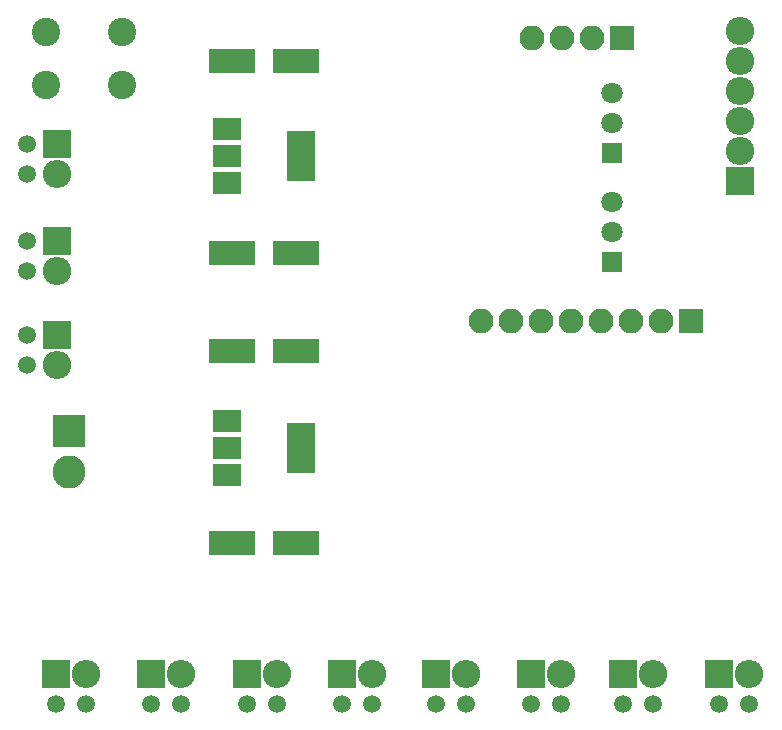
<source format=gbr>
G04 #@! TF.FileFunction,Soldermask,Bot*
%FSLAX46Y46*%
G04 Gerber Fmt 4.6, Leading zero omitted, Abs format (unit mm)*
G04 Created by KiCad (PCBNEW 4.0.7-e2-6376~58~ubuntu16.04.1) date Wed Sep  5 16:34:56 2018*
%MOMM*%
%LPD*%
G01*
G04 APERTURE LIST*
%ADD10C,0.100000*%
%ADD11R,3.900000X2.000000*%
%ADD12O,2.398980X2.398980*%
%ADD13R,2.398980X2.398980*%
%ADD14C,1.500000*%
%ADD15C,2.800000*%
%ADD16R,2.800000X2.800000*%
%ADD17R,2.100000X2.100000*%
%ADD18O,2.100000X2.100000*%
%ADD19R,1.797000X1.797000*%
%ADD20C,1.797000*%
%ADD21C,2.400000*%
%ADD22R,2.400000X4.200000*%
%ADD23R,2.400000X1.900000*%
G04 APERTURE END LIST*
D10*
D11*
X141050000Y-95250000D03*
X146450000Y-95250000D03*
X141050000Y-54500000D03*
X146450000Y-54500000D03*
X141050000Y-70750000D03*
X146450000Y-70750000D03*
X141050000Y-79000000D03*
X146450000Y-79000000D03*
D12*
X126250000Y-64000000D03*
D13*
X126250000Y-61460000D03*
D14*
X123710000Y-61460000D03*
X123710000Y-64000000D03*
D15*
X127250000Y-89300000D03*
D16*
X127250000Y-85800000D03*
D17*
X179870000Y-76500000D03*
D18*
X177330000Y-76500000D03*
X174790000Y-76500000D03*
X172250000Y-76500000D03*
X169710000Y-76500000D03*
X167170000Y-76500000D03*
X164630000Y-76500000D03*
X162090000Y-76500000D03*
D12*
X184000000Y-57040000D03*
D13*
X184000000Y-64660000D03*
D12*
X184000000Y-62120000D03*
X184000000Y-59580000D03*
X184000000Y-54500000D03*
X184000000Y-51960000D03*
X126250000Y-72250000D03*
D13*
X126250000Y-69710000D03*
D14*
X123710000Y-69710000D03*
X123710000Y-72250000D03*
D12*
X126250000Y-80200000D03*
D13*
X126250000Y-77660000D03*
D14*
X123710000Y-77660000D03*
X123710000Y-80200000D03*
D17*
X174040000Y-52500000D03*
D18*
X171500000Y-52500000D03*
X168960000Y-52500000D03*
X166420000Y-52500000D03*
D12*
X128640000Y-106350000D03*
D13*
X126100000Y-106350000D03*
D14*
X126100000Y-108890000D03*
X128640000Y-108890000D03*
D12*
X136700000Y-106350000D03*
D13*
X134160000Y-106350000D03*
D14*
X134160000Y-108890000D03*
X136700000Y-108890000D03*
D12*
X144840000Y-106350000D03*
D13*
X142300000Y-106350000D03*
D14*
X142300000Y-108890000D03*
X144840000Y-108890000D03*
D12*
X152840000Y-106350000D03*
D13*
X150300000Y-106350000D03*
D14*
X150300000Y-108890000D03*
X152840000Y-108890000D03*
D12*
X160840000Y-106350000D03*
D13*
X158300000Y-106350000D03*
D14*
X158300000Y-108890000D03*
X160840000Y-108890000D03*
D12*
X168840000Y-106350000D03*
D13*
X166300000Y-106350000D03*
D14*
X166300000Y-108890000D03*
X168840000Y-108890000D03*
D12*
X176700000Y-106350000D03*
D13*
X174160000Y-106350000D03*
D14*
X174160000Y-108890000D03*
X176700000Y-108890000D03*
D12*
X184840000Y-106350000D03*
D13*
X182300000Y-106350000D03*
D14*
X182300000Y-108890000D03*
X184840000Y-108890000D03*
D19*
X173200000Y-62280000D03*
D20*
X173200000Y-59740000D03*
X173200000Y-57200000D03*
D21*
X131750000Y-52000000D03*
X131750000Y-56500000D03*
X125250000Y-52000000D03*
X125250000Y-56500000D03*
D19*
X173200000Y-71480000D03*
D20*
X173200000Y-68940000D03*
X173200000Y-66400000D03*
D22*
X146900000Y-62500000D03*
D23*
X140600000Y-62500000D03*
X140600000Y-60200000D03*
X140600000Y-64800000D03*
D22*
X146900000Y-87250000D03*
D23*
X140600000Y-87250000D03*
X140600000Y-84950000D03*
X140600000Y-89550000D03*
M02*

</source>
